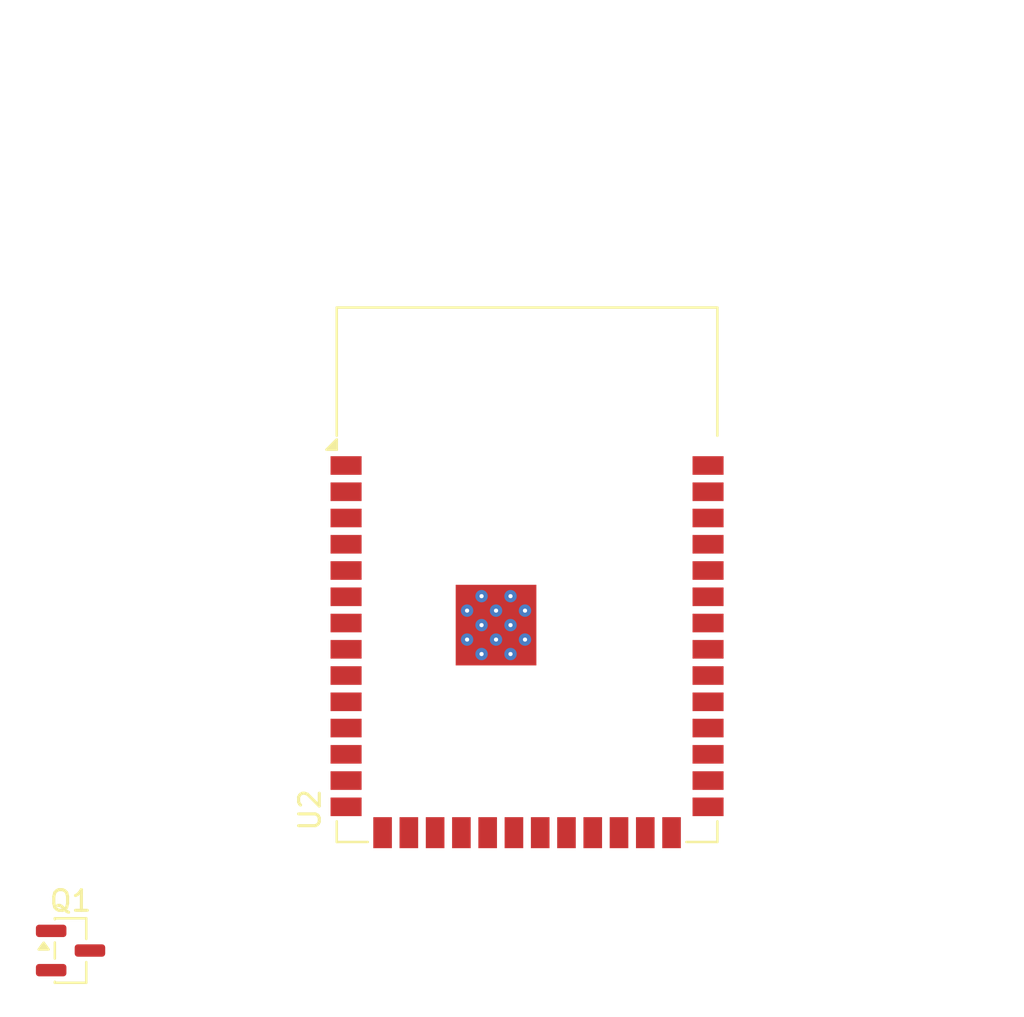
<source format=kicad_pcb>
(kicad_pcb (version 20241229) (generator "pcbnew") (generator_version "9.0")
  (layers (0 "F.Cu" signal) (2 "B.Cu" signal) (13 "F.Paste" user) (15 "B.Paste" user) (5 "F.SilkS" user "F.Silkscreen") (7 "B.SilkS" user "B.Silkscreen") (1 "F.Mask" user) (3 "B.Mask" user) (25 "Edge.Cuts" user))
  (net 0 "")
  (net 4 "/MCU/GPIO4")
  (net 5 "BAT_SCL")
  (net 6 "I2S-BCK")
  (net 7 "LCD_DC")
  (net 8 "/MCU/GPIO5")
  (net 9 "GND")
  (net 10 "USB_DP")
  (net 11 "LCD_SCL")
  (net 13 "ESP_BOOT")
  (net 14 "SD_DA0")
  (net 15 "TP_INT")
  (net 16 "I2S_MCLK")
  (net 17 "I2S_DO")
  (net 18 "BAT_SDA")
  (net 19 "SD_CLK")
  (net 20 "PA_CTRL")
  (net 21 "LCD_TE")
  (net 22 "LED_G")
  (net 23 "/MCU/CHIP_PU")
  (net 24 "POWER_CTRL")
  (net 25 "I2S-DI")
  (net 26 "LCD_SDA1")
  (net 27 "LCD_BLK")
  (net 28 "IMU_INT1")
  (net 31 "LCD_RST_CTRL")
  (net 32 "LCD_SDA0")
  (net 33 "USB_DN")
  (net 34 "LCD_SDA3")
  (net 35 "LCD_SDA2")
  (net 36 "I2S_WS")
  (net 37 "LCD_CS")
  (net 38 "CODEC_PWR_CTRL")
  (net 39 "MCU_3V3")
  (net 40 "SD_CMD")
  (net 41 "/MCU/GPIO7")
  (net 42 "/MCU/GPIO6")
  (footprint "RF_Module:ESP32-S3-WROOM-1" (layer "F.Cu") (at 122.75 87.75)
    (property "Reference" "U2" (at -10.5 11.4 90) (layer "F.SilkS"))
    (property "Value" "ESP32-S3-WROOM-1-N32R16V")
    (fp_line (start -9.2 -12.9) (end -9.2 -6.7) (stroke (width 0.12)) (layer "F.SilkS"))
    (fp_line (start -9.2 -12.9) (end 9.2 -12.9) (stroke (width 0.12)) (layer "F.SilkS"))
    (fp_line (start -9.2 11.95) (end -9.2 12.95) (stroke (width 0.12)) (layer "F.SilkS"))
    (fp_line (start -9.2 12.95) (end -7.7 12.95) (stroke (width 0.12)) (layer "F.SilkS"))
    (fp_line (start 9.2 -12.9) (end 9.2 -6.7) (stroke (width 0.12)) (layer "F.SilkS"))
    (fp_line (start 9.2 12.95) (end 7.7 12.95) (stroke (width 0.12)) (layer "F.SilkS"))
    (fp_line (start 9.2 12.95) (end 9.2 11.95) (stroke (width 0.12)) (layer "F.SilkS"))
    (fp_poly (pts (xy -9.2 -6.025) (xy -9.7 -6.025) (xy -9.2 -6.525) (xy -9.2 -6.025)) (stroke (width 0.12)) (fill yes) (layer "F.SilkS"))
    (pad "1" smd rect (at -8.75 -5.26) (size 1.5 0.9) (layers "F.Cu" "F.Mask" "F.Paste") (net 9 "GND"))
    (pad "2" smd rect (at -8.75 -3.99) (size 1.5 0.9) (layers "F.Cu" "F.Mask" "F.Paste") (net 39 "MCU_3V3"))
    (pad "3" smd rect (at -8.75 -2.72) (size 1.5 0.9) (layers "F.Cu" "F.Mask" "F.Paste") (net 23 "/MCU/CHIP_PU"))
    (pad "4" smd rect (at -8.75 -1.45) (size 1.5 0.9) (layers "F.Cu" "F.Mask" "F.Paste") (net 4 "/MCU/GPIO4"))
    (pad "5" smd rect (at -8.75 -0.18) (size 1.5 0.9) (layers "F.Cu" "F.Mask" "F.Paste") (net 8 "/MCU/GPIO5"))
    (pad "6" smd rect (at -8.75 1.09) (size 1.5 0.9) (layers "F.Cu" "F.Mask" "F.Paste") (net 42 "/MCU/GPIO6"))
    (pad "7" smd rect (at -8.75 2.36) (size 1.5 0.9) (layers "F.Cu" "F.Mask" "F.Paste") (net 41 "/MCU/GPIO7"))
    (pad "8" smd rect (at -8.75 3.63) (size 1.5 0.9) (layers "F.Cu" "F.Mask" "F.Paste") (net 20 "PA_CTRL"))
    (pad "9" smd rect (at -8.75 4.9) (size 1.5 0.9) (layers "F.Cu" "F.Mask" "F.Paste") (net 19 "SD_CLK"))
    (pad "10" smd rect (at -8.75 6.17) (size 1.5 0.9) (layers "F.Cu" "F.Mask" "F.Paste") (net 14 "SD_DA0"))
    (pad "11" smd rect (at -8.75 7.44) (size 1.5 0.9) (layers "F.Cu" "F.Mask" "F.Paste") (net 11 "LCD_SCL"))
    (pad "12" smd rect (at -8.75 8.71) (size 1.5 0.9) (layers "F.Cu" "F.Mask" "F.Paste") (net 21 "LCD_TE"))
    (pad "13" smd rect (at -8.75 9.98) (size 1.5 0.9) (layers "F.Cu" "F.Mask" "F.Paste") (net 33 "USB_DN"))
    (pad "14" smd rect (at -8.75 11.25 180) (size 1.5 0.9) (layers "F.Cu" "F.Mask" "F.Paste") (net 10 "USB_DP"))
    (pad "15" smd rect (at -6.985 12.5 270) (size 1.5 0.9) (layers "F.Cu" "F.Mask" "F.Paste") (net 25 "I2S-DI"))
    (pad "16" smd rect (at -5.715 12.5 270) (size 1.5 0.9) (layers "F.Cu" "F.Mask" "F.Paste") (net 32 "LCD_SDA0"))
    (pad "17" smd rect (at -4.445 12.5 270) (size 1.5 0.9) (layers "F.Cu" "F.Mask" "F.Paste") (net 24 "POWER_CTRL"))
    (pad "18" smd rect (at -3.175 12.5 270) (size 1.5 0.9) (layers "F.Cu" "F.Mask" "F.Paste") (net 15 "TP_INT"))
    (pad "19" smd rect (at -1.905 12.5 270) (size 1.5 0.9) (layers "F.Cu" "F.Mask" "F.Paste") (net 35 "LCD_SDA2"))
    (pad "20" smd rect (at -0.635 12.5 270) (size 1.5 0.9) (layers "F.Cu" "F.Mask" "F.Paste") (net 34 "LCD_SDA3"))
    (pad "21" smd rect (at 0.635 12.5 270) (size 1.5 0.9) (layers "F.Cu" "F.Mask" "F.Paste") (net 26 "LCD_SDA1"))
    (pad "22" smd rect (at 1.905 12.5 270) (size 1.5 0.9) (layers "F.Cu" "F.Mask" "F.Paste") (net 37 "LCD_CS"))
    (pad "23" smd rect (at 3.175 12.5 270) (size 1.5 0.9) (layers "F.Cu" "F.Mask" "F.Paste") (net 28 "IMU_INT1"))
    (pad "24" smd rect (at 4.445 12.5 270) (size 1.5 0.9) (layers "F.Cu" "F.Mask" "F.Paste") (net 31 "LCD_RST_CTRL"))
    (pad "25" smd rect (at 5.715 12.5 270) (size 1.5 0.9) (layers "F.Cu" "F.Mask" "F.Paste") (net 38 "CODEC_PWR_CTRL"))
    (pad "26" smd rect (at 6.985 12.5 270) (size 1.5 0.9) (layers "F.Cu" "F.Mask" "F.Paste") (net 7 "LCD_DC"))
    (pad "27" smd rect (at 8.75 11.25) (size 1.5 0.9) (layers "F.Cu" "F.Mask" "F.Paste") (net 13 "ESP_BOOT"))
    (pad "28" smd rect (at 8.75 9.98) (size 1.5 0.9) (layers "F.Cu" "F.Mask" "F.Paste"))
    (pad "29" smd rect (at 8.75 8.71) (size 1.5 0.9) (layers "F.Cu" "F.Mask" "F.Paste"))
    (pad "30" smd rect (at 8.75 7.44) (size 1.5 0.9) (layers "F.Cu" "F.Mask" "F.Paste"))
    (pad "31" smd rect (at 8.75 6.17) (size 1.5 0.9) (layers "F.Cu" "F.Mask" "F.Paste") (net 40 "SD_CMD"))
    (pad "32" smd rect (at 8.75 4.9) (size 1.5 0.9) (layers "F.Cu" "F.Mask" "F.Paste") (net 36 "I2S_WS"))
    (pad "33" smd rect (at 8.75 3.63) (size 1.5 0.9) (layers "F.Cu" "F.Mask" "F.Paste") (net 6 "I2S-BCK"))
    (pad "34" smd rect (at 8.75 2.36) (size 1.5 0.9) (layers "F.Cu" "F.Mask" "F.Paste") (net 17 "I2S_DO"))
    (pad "35" smd rect (at 8.75 1.09) (size 1.5 0.9) (layers "F.Cu" "F.Mask" "F.Paste") (net 16 "I2S_MCLK"))
    (pad "36" smd rect (at 8.75 -0.18) (size 1.5 0.9) (layers "F.Cu" "F.Mask" "F.Paste") (net 27 "LCD_BLK"))
    (pad "37" smd rect (at 8.75 -1.45) (size 1.5 0.9) (layers "F.Cu" "F.Mask" "F.Paste") (net 22 "LED_G"))
    (pad "38" smd rect (at 8.75 -2.72) (size 1.5 0.9) (layers "F.Cu" "F.Mask" "F.Paste") (net 18 "BAT_SDA"))
    (pad "39" smd rect (at 8.75 -3.99) (size 1.5 0.9) (layers "F.Cu" "F.Mask" "F.Paste") (net 5 "BAT_SCL"))
    (pad "40" smd rect (at 8.75 -5.26) (size 1.5 0.9) (layers "F.Cu" "F.Mask" "F.Paste") (net 9 "GND"))
    (pad "41" thru_hole circle (at -2.9 1.76 90) (size 0.6 0.6) (drill 0.2) (property pad_prop_heatsink) (layers "*.Cu" "F.Mask") (net 9 "GND"))
    (pad "41" thru_hole circle (at -2.9 3.16) (size 0.6 0.6) (drill 0.2) (property pad_prop_heatsink) (layers "*.Cu" "F.Mask") (net 9 "GND"))
    (pad "41" thru_hole circle (at -2.2 1.06) (size 0.6 0.6) (drill 0.2) (property pad_prop_heatsink) (layers "*.Cu" "F.Mask") (net 9 "GND"))
    (pad "41" thru_hole circle (at -2.2 2.46) (size 0.6 0.6) (drill 0.2) (property pad_prop_heatsink) (layers "*.Cu" "F.Mask") (net 9 "GND"))
    (pad "41" thru_hole circle (at -2.2 3.86) (size 0.6 0.6) (drill 0.2) (property pad_prop_heatsink) (layers "*.Cu" "F.Mask") (net 9 "GND"))
    (pad "41" thru_hole circle (at -1.5 1.76) (size 0.6 0.6) (drill 0.2) (property pad_prop_heatsink) (layers "*.Cu" "F.Mask") (net 9 "GND"))
    (pad "41" smd rect (at -1.5 2.46 270) (size 3.9 3.9) (property pad_prop_heatsink) (layers "F.Cu" "F.Mask") (net 9 "GND"))
    (pad "41" thru_hole circle (at -1.5 3.16) (size 0.6 0.6) (drill 0.2) (property pad_prop_heatsink) (layers "*.Cu" "F.Mask") (net 9 "GND"))
    (pad "41" thru_hole circle (at -0.8 1.06) (size 0.6 0.6) (drill 0.2) (property pad_prop_heatsink) (layers "*.Cu" "F.Mask") (net 9 "GND"))
    (pad "41" thru_hole circle (at -0.8 2.46) (size 0.6 0.6) (drill 0.2) (property pad_prop_heatsink) (layers "*.Cu" "F.Mask") (net 9 "GND"))
    (pad "41" thru_hole circle (at -0.8 3.86) (size 0.6 0.6) (drill 0.2) (property pad_prop_heatsink) (layers "*.Cu" "F.Mask") (net 9 "GND"))
    (pad "41" thru_hole circle (at -0.1 1.76) (size 0.6 0.6) (drill 0.2) (property pad_prop_heatsink) (layers "*.Cu" "F.Mask") (net 9 "GND"))
    (pad "41" thru_hole circle (at -0.1 3.16) (size 0.6 0.6) (drill 0.2) (property pad_prop_heatsink) (layers "*.Cu" "F.Mask") (net 9 "GND"))
  )
  (footprint "Package_TO_SOT_SMD:SOT-23" (layer "F.Cu") (at 100.68 105.95)
    (property "Reference" "Q1" (at 0 -2.4 0) (layer "F.SilkS"))
    (property "Value" "AO3401A")
    (fp_line (start -0.76 -1.56) (end 0.76 -1.56) (stroke (width 0.12)) (layer "F.SilkS"))
    (fp_line (start -0.76 -1.51) (end -0.76 -1.56) (stroke (width 0.12)) (layer "F.SilkS"))
    (fp_line (start -0.76 0.39) (end -0.76 -0.39) (stroke (width 0.12)) (layer "F.SilkS"))
    (fp_line (start -0.76 1.56) (end -0.76 1.51) (stroke (width 0.12)) (layer "F.SilkS"))
    (fp_line (start 0.76 -1.56) (end 0.76 -0.56) (stroke (width 0.12)) (layer "F.SilkS"))
    (fp_line (start 0.76 0.56) (end 0.76 1.56) (stroke (width 0.12)) (layer "F.SilkS"))
    (fp_line (start 0.76 1.56) (end -0.76 1.56) (stroke (width 0.12)) (layer "F.SilkS"))
    (fp_poly (pts (xy -1.3 -0.38) (xy -1.06 -0.05) (xy -1.54 -0.05)) (stroke (width 0.12)) (fill yes) (layer "F.SilkS"))
    (pad "1" smd roundrect (at -0.9375 -0.95) (size 1.475 0.6) (layers "F.Cu" "F.Mask" "F.Paste"))
    (pad "2" smd roundrect (at -0.9375 0.95) (size 1.475 0.6) (layers "F.Cu" "F.Mask" "F.Paste"))
    (pad "3" smd roundrect (at 0.9375 0) (size 1.475 0.6) (layers "F.Cu" "F.Mask" "F.Paste"))
  )
)
</source>
